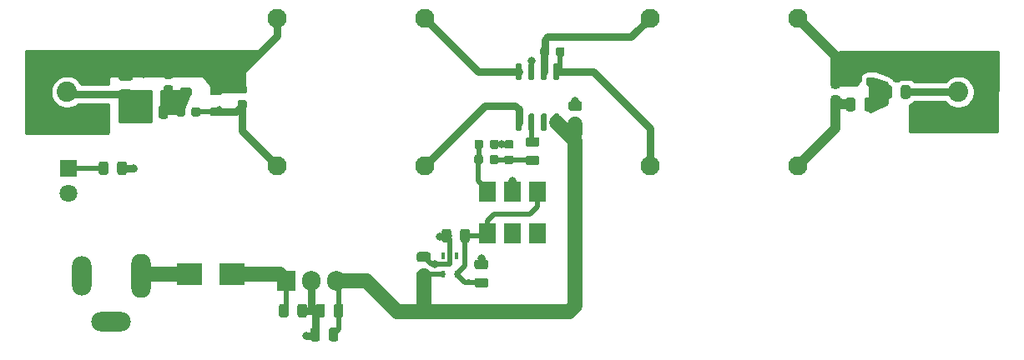
<source format=gtl>
G04 #@! TF.GenerationSoftware,KiCad,Pcbnew,5.1.6-c6e7f7d~87~ubuntu19.10.1*
G04 #@! TF.CreationDate,2021-08-02T21:19:55-04:00*
G04 #@! TF.ProjectId,upconverter,7570636f-6e76-4657-9274-65722e6b6963,rev?*
G04 #@! TF.SameCoordinates,Original*
G04 #@! TF.FileFunction,Copper,L1,Top*
G04 #@! TF.FilePolarity,Positive*
%FSLAX46Y46*%
G04 Gerber Fmt 4.6, Leading zero omitted, Abs format (unit mm)*
G04 Created by KiCad (PCBNEW 5.1.6-c6e7f7d~87~ubuntu19.10.1) date 2021-08-02 21:19:55*
%MOMM*%
%LPD*%
G01*
G04 APERTURE LIST*
G04 #@! TA.AperFunction,ComponentPad*
%ADD10C,1.950000*%
G04 #@! TD*
G04 #@! TA.AperFunction,ComponentPad*
%ADD11C,2.250000*%
G04 #@! TD*
G04 #@! TA.AperFunction,ComponentPad*
%ADD12C,2.050000*%
G04 #@! TD*
G04 #@! TA.AperFunction,SMDPad,CuDef*
%ADD13R,2.500000X2.300000*%
G04 #@! TD*
G04 #@! TA.AperFunction,ComponentPad*
%ADD14R,1.800000X1.800000*%
G04 #@! TD*
G04 #@! TA.AperFunction,ComponentPad*
%ADD15C,1.800000*%
G04 #@! TD*
G04 #@! TA.AperFunction,ComponentPad*
%ADD16O,2.000000X4.500000*%
G04 #@! TD*
G04 #@! TA.AperFunction,ComponentPad*
%ADD17O,2.000000X4.000000*%
G04 #@! TD*
G04 #@! TA.AperFunction,ComponentPad*
%ADD18O,4.000000X2.000000*%
G04 #@! TD*
G04 #@! TA.AperFunction,ComponentPad*
%ADD19R,1.905000X2.000000*%
G04 #@! TD*
G04 #@! TA.AperFunction,ComponentPad*
%ADD20O,1.905000X2.000000*%
G04 #@! TD*
G04 #@! TA.AperFunction,SMDPad,CuDef*
%ADD21R,0.400000X0.650000*%
G04 #@! TD*
G04 #@! TA.AperFunction,SMDPad,CuDef*
%ADD22R,1.800000X2.000000*%
G04 #@! TD*
G04 #@! TA.AperFunction,ViaPad*
%ADD23C,0.800000*%
G04 #@! TD*
G04 #@! TA.AperFunction,Conductor*
%ADD24C,0.500000*%
G04 #@! TD*
G04 #@! TA.AperFunction,Conductor*
%ADD25C,0.750000*%
G04 #@! TD*
G04 #@! TA.AperFunction,Conductor*
%ADD26C,1.500000*%
G04 #@! TD*
G04 #@! TA.AperFunction,Conductor*
%ADD27C,1.000000*%
G04 #@! TD*
G04 #@! TA.AperFunction,Conductor*
%ADD28C,0.250000*%
G04 #@! TD*
G04 #@! TA.AperFunction,Conductor*
%ADD29C,0.254000*%
G04 #@! TD*
G04 APERTURE END LIST*
G04 #@! TA.AperFunction,SMDPad,CuDef*
G36*
G01*
X83660000Y-93464000D02*
X82710000Y-93464000D01*
G75*
G02*
X82460000Y-93214000I0J250000D01*
G01*
X82460000Y-92714000D01*
G75*
G02*
X82710000Y-92464000I250000J0D01*
G01*
X83660000Y-92464000D01*
G75*
G02*
X83910000Y-92714000I0J-250000D01*
G01*
X83910000Y-93214000D01*
G75*
G02*
X83660000Y-93464000I-250000J0D01*
G01*
G37*
G04 #@! TD.AperFunction*
G04 #@! TA.AperFunction,SMDPad,CuDef*
G36*
G01*
X83660000Y-95364000D02*
X82710000Y-95364000D01*
G75*
G02*
X82460000Y-95114000I0J250000D01*
G01*
X82460000Y-94614000D01*
G75*
G02*
X82710000Y-94364000I250000J0D01*
G01*
X83660000Y-94364000D01*
G75*
G02*
X83910000Y-94614000I0J-250000D01*
G01*
X83910000Y-95114000D01*
G75*
G02*
X83660000Y-95364000I-250000J0D01*
G01*
G37*
G04 #@! TD.AperFunction*
G04 #@! TA.AperFunction,SMDPad,CuDef*
G36*
G01*
X57527000Y-74872000D02*
X57027000Y-74872000D01*
G75*
G02*
X56802000Y-74647000I0J225000D01*
G01*
X56802000Y-74197000D01*
G75*
G02*
X57027000Y-73972000I225000J0D01*
G01*
X57527000Y-73972000D01*
G75*
G02*
X57752000Y-74197000I0J-225000D01*
G01*
X57752000Y-74647000D01*
G75*
G02*
X57527000Y-74872000I-225000J0D01*
G01*
G37*
G04 #@! TD.AperFunction*
G04 #@! TA.AperFunction,SMDPad,CuDef*
G36*
G01*
X57527000Y-76422000D02*
X57027000Y-76422000D01*
G75*
G02*
X56802000Y-76197000I0J225000D01*
G01*
X56802000Y-75747000D01*
G75*
G02*
X57027000Y-75522000I225000J0D01*
G01*
X57527000Y-75522000D01*
G75*
G02*
X57752000Y-75747000I0J-225000D01*
G01*
X57752000Y-76197000D01*
G75*
G02*
X57527000Y-76422000I-225000J0D01*
G01*
G37*
G04 #@! TD.AperFunction*
G04 #@! TA.AperFunction,SMDPad,CuDef*
G36*
G01*
X54609750Y-76016500D02*
X55372250Y-76016500D01*
G75*
G02*
X55591000Y-76235250I0J-218750D01*
G01*
X55591000Y-76672750D01*
G75*
G02*
X55372250Y-76891500I-218750J0D01*
G01*
X54609750Y-76891500D01*
G75*
G02*
X54391000Y-76672750I0J218750D01*
G01*
X54391000Y-76235250D01*
G75*
G02*
X54609750Y-76016500I218750J0D01*
G01*
G37*
G04 #@! TD.AperFunction*
G04 #@! TA.AperFunction,SMDPad,CuDef*
G36*
G01*
X54609750Y-73891500D02*
X55372250Y-73891500D01*
G75*
G02*
X55591000Y-74110250I0J-218750D01*
G01*
X55591000Y-74547750D01*
G75*
G02*
X55372250Y-74766500I-218750J0D01*
G01*
X54609750Y-74766500D01*
G75*
G02*
X54391000Y-74547750I0J218750D01*
G01*
X54391000Y-74110250D01*
G75*
G02*
X54609750Y-73891500I218750J0D01*
G01*
G37*
G04 #@! TD.AperFunction*
G04 #@! TA.AperFunction,SMDPad,CuDef*
G36*
G01*
X58673750Y-75762500D02*
X59436250Y-75762500D01*
G75*
G02*
X59655000Y-75981250I0J-218750D01*
G01*
X59655000Y-76418750D01*
G75*
G02*
X59436250Y-76637500I-218750J0D01*
G01*
X58673750Y-76637500D01*
G75*
G02*
X58455000Y-76418750I0J218750D01*
G01*
X58455000Y-75981250D01*
G75*
G02*
X58673750Y-75762500I218750J0D01*
G01*
G37*
G04 #@! TD.AperFunction*
G04 #@! TA.AperFunction,SMDPad,CuDef*
G36*
G01*
X58673750Y-73637500D02*
X59436250Y-73637500D01*
G75*
G02*
X59655000Y-73856250I0J-218750D01*
G01*
X59655000Y-74293750D01*
G75*
G02*
X59436250Y-74512500I-218750J0D01*
G01*
X58673750Y-74512500D01*
G75*
G02*
X58455000Y-74293750I0J218750D01*
G01*
X58455000Y-73856250D01*
G75*
G02*
X58673750Y-73637500I218750J0D01*
G01*
G37*
G04 #@! TD.AperFunction*
G04 #@! TA.AperFunction,SMDPad,CuDef*
G36*
G01*
X61721750Y-77794500D02*
X62484250Y-77794500D01*
G75*
G02*
X62703000Y-78013250I0J-218750D01*
G01*
X62703000Y-78450750D01*
G75*
G02*
X62484250Y-78669500I-218750J0D01*
G01*
X61721750Y-78669500D01*
G75*
G02*
X61503000Y-78450750I0J218750D01*
G01*
X61503000Y-78013250D01*
G75*
G02*
X61721750Y-77794500I218750J0D01*
G01*
G37*
G04 #@! TD.AperFunction*
G04 #@! TA.AperFunction,SMDPad,CuDef*
G36*
G01*
X61721750Y-75669500D02*
X62484250Y-75669500D01*
G75*
G02*
X62703000Y-75888250I0J-218750D01*
G01*
X62703000Y-76325750D01*
G75*
G02*
X62484250Y-76544500I-218750J0D01*
G01*
X61721750Y-76544500D01*
G75*
G02*
X61503000Y-76325750I0J218750D01*
G01*
X61503000Y-75888250D01*
G75*
G02*
X61721750Y-75669500I218750J0D01*
G01*
G37*
G04 #@! TD.AperFunction*
G04 #@! TA.AperFunction,SMDPad,CuDef*
G36*
G01*
X52484000Y-75954000D02*
X53434000Y-75954000D01*
G75*
G02*
X53684000Y-76204000I0J-250000D01*
G01*
X53684000Y-76704000D01*
G75*
G02*
X53434000Y-76954000I-250000J0D01*
G01*
X52484000Y-76954000D01*
G75*
G02*
X52234000Y-76704000I0J250000D01*
G01*
X52234000Y-76204000D01*
G75*
G02*
X52484000Y-75954000I250000J0D01*
G01*
G37*
G04 #@! TD.AperFunction*
G04 #@! TA.AperFunction,SMDPad,CuDef*
G36*
G01*
X52484000Y-74054000D02*
X53434000Y-74054000D01*
G75*
G02*
X53684000Y-74304000I0J-250000D01*
G01*
X53684000Y-74804000D01*
G75*
G02*
X53434000Y-75054000I-250000J0D01*
G01*
X52484000Y-75054000D01*
G75*
G02*
X52234000Y-74804000I0J250000D01*
G01*
X52234000Y-74304000D01*
G75*
G02*
X52484000Y-74054000I250000J0D01*
G01*
G37*
G04 #@! TD.AperFunction*
G04 #@! TA.AperFunction,SMDPad,CuDef*
G36*
G01*
X59621000Y-78482000D02*
X59621000Y-77982000D01*
G75*
G02*
X59846000Y-77757000I225000J0D01*
G01*
X60296000Y-77757000D01*
G75*
G02*
X60521000Y-77982000I0J-225000D01*
G01*
X60521000Y-78482000D01*
G75*
G02*
X60296000Y-78707000I-225000J0D01*
G01*
X59846000Y-78707000D01*
G75*
G02*
X59621000Y-78482000I0J225000D01*
G01*
G37*
G04 #@! TD.AperFunction*
G04 #@! TA.AperFunction,SMDPad,CuDef*
G36*
G01*
X58071000Y-78482000D02*
X58071000Y-77982000D01*
G75*
G02*
X58296000Y-77757000I225000J0D01*
G01*
X58746000Y-77757000D01*
G75*
G02*
X58971000Y-77982000I0J-225000D01*
G01*
X58971000Y-78482000D01*
G75*
G02*
X58746000Y-78707000I-225000J0D01*
G01*
X58296000Y-78707000D01*
G75*
G02*
X58071000Y-78482000I0J225000D01*
G01*
G37*
G04 #@! TD.AperFunction*
G04 #@! TA.AperFunction,SMDPad,CuDef*
G36*
G01*
X64520000Y-77033000D02*
X65020000Y-77033000D01*
G75*
G02*
X65245000Y-77258000I0J-225000D01*
G01*
X65245000Y-77708000D01*
G75*
G02*
X65020000Y-77933000I-225000J0D01*
G01*
X64520000Y-77933000D01*
G75*
G02*
X64295000Y-77708000I0J225000D01*
G01*
X64295000Y-77258000D01*
G75*
G02*
X64520000Y-77033000I225000J0D01*
G01*
G37*
G04 #@! TD.AperFunction*
G04 #@! TA.AperFunction,SMDPad,CuDef*
G36*
G01*
X64520000Y-75483000D02*
X65020000Y-75483000D01*
G75*
G02*
X65245000Y-75708000I0J-225000D01*
G01*
X65245000Y-76158000D01*
G75*
G02*
X65020000Y-76383000I-225000J0D01*
G01*
X64520000Y-76383000D01*
G75*
G02*
X64295000Y-76158000I0J225000D01*
G01*
X64295000Y-75708000D01*
G75*
G02*
X64520000Y-75483000I225000J0D01*
G01*
G37*
G04 #@! TD.AperFunction*
D10*
X68319000Y-68700000D03*
X68319000Y-83700000D03*
X83319000Y-68700000D03*
X83319000Y-83700000D03*
X106158000Y-68700000D03*
X106158000Y-83700000D03*
X121158000Y-68700000D03*
X121158000Y-83700000D03*
D11*
X49530000Y-73660000D03*
X49530000Y-78740000D03*
X44450000Y-78740000D03*
X44450000Y-73660000D03*
D12*
X46990000Y-76200000D03*
G04 #@! TA.AperFunction,SMDPad,CuDef*
G36*
G01*
X68503500Y-98881250D02*
X68503500Y-97968750D01*
G75*
G02*
X68747250Y-97725000I243750J0D01*
G01*
X69234750Y-97725000D01*
G75*
G02*
X69478500Y-97968750I0J-243750D01*
G01*
X69478500Y-98881250D01*
G75*
G02*
X69234750Y-99125000I-243750J0D01*
G01*
X68747250Y-99125000D01*
G75*
G02*
X68503500Y-98881250I0J243750D01*
G01*
G37*
G04 #@! TD.AperFunction*
G04 #@! TA.AperFunction,SMDPad,CuDef*
G36*
G01*
X70378500Y-98881250D02*
X70378500Y-97968750D01*
G75*
G02*
X70622250Y-97725000I243750J0D01*
G01*
X71109750Y-97725000D01*
G75*
G02*
X71353500Y-97968750I0J-243750D01*
G01*
X71353500Y-98881250D01*
G75*
G02*
X71109750Y-99125000I-243750J0D01*
G01*
X70622250Y-99125000D01*
G75*
G02*
X70378500Y-98881250I0J243750D01*
G01*
G37*
G04 #@! TD.AperFunction*
G04 #@! TA.AperFunction,SMDPad,CuDef*
G36*
G01*
X129717500Y-76656250D02*
X129717500Y-75743750D01*
G75*
G02*
X129961250Y-75500000I243750J0D01*
G01*
X130448750Y-75500000D01*
G75*
G02*
X130692500Y-75743750I0J-243750D01*
G01*
X130692500Y-76656250D01*
G75*
G02*
X130448750Y-76900000I-243750J0D01*
G01*
X129961250Y-76900000D01*
G75*
G02*
X129717500Y-76656250I0J243750D01*
G01*
G37*
G04 #@! TD.AperFunction*
G04 #@! TA.AperFunction,SMDPad,CuDef*
G36*
G01*
X131592500Y-76656250D02*
X131592500Y-75743750D01*
G75*
G02*
X131836250Y-75500000I243750J0D01*
G01*
X132323750Y-75500000D01*
G75*
G02*
X132567500Y-75743750I0J-243750D01*
G01*
X132567500Y-76656250D01*
G75*
G02*
X132323750Y-76900000I-243750J0D01*
G01*
X131836250Y-76900000D01*
G75*
G02*
X131592500Y-76656250I0J243750D01*
G01*
G37*
G04 #@! TD.AperFunction*
G04 #@! TA.AperFunction,SMDPad,CuDef*
G36*
G01*
X128961500Y-74927750D02*
X128961500Y-75440250D01*
G75*
G02*
X128742750Y-75659000I-218750J0D01*
G01*
X128305250Y-75659000D01*
G75*
G02*
X128086500Y-75440250I0J218750D01*
G01*
X128086500Y-74927750D01*
G75*
G02*
X128305250Y-74709000I218750J0D01*
G01*
X128742750Y-74709000D01*
G75*
G02*
X128961500Y-74927750I0J-218750D01*
G01*
G37*
G04 #@! TD.AperFunction*
G04 #@! TA.AperFunction,SMDPad,CuDef*
G36*
G01*
X127386500Y-74927750D02*
X127386500Y-75440250D01*
G75*
G02*
X127167750Y-75659000I-218750J0D01*
G01*
X126730250Y-75659000D01*
G75*
G02*
X126511500Y-75440250I0J218750D01*
G01*
X126511500Y-74927750D01*
G75*
G02*
X126730250Y-74709000I218750J0D01*
G01*
X127167750Y-74709000D01*
G75*
G02*
X127386500Y-74927750I0J-218750D01*
G01*
G37*
G04 #@! TD.AperFunction*
G04 #@! TA.AperFunction,SMDPad,CuDef*
G36*
G01*
X73161500Y-97968750D02*
X73161500Y-98881250D01*
G75*
G02*
X72917750Y-99125000I-243750J0D01*
G01*
X72430250Y-99125000D01*
G75*
G02*
X72186500Y-98881250I0J243750D01*
G01*
X72186500Y-97968750D01*
G75*
G02*
X72430250Y-97725000I243750J0D01*
G01*
X72917750Y-97725000D01*
G75*
G02*
X73161500Y-97968750I0J-243750D01*
G01*
G37*
G04 #@! TD.AperFunction*
G04 #@! TA.AperFunction,SMDPad,CuDef*
G36*
G01*
X75036500Y-97968750D02*
X75036500Y-98881250D01*
G75*
G02*
X74792750Y-99125000I-243750J0D01*
G01*
X74305250Y-99125000D01*
G75*
G02*
X74061500Y-98881250I0J243750D01*
G01*
X74061500Y-97968750D01*
G75*
G02*
X74305250Y-97725000I243750J0D01*
G01*
X74792750Y-97725000D01*
G75*
G02*
X75036500Y-97968750I0J-243750D01*
G01*
G37*
G04 #@! TD.AperFunction*
G04 #@! TA.AperFunction,SMDPad,CuDef*
G36*
G01*
X125224250Y-75850000D02*
X124711750Y-75850000D01*
G75*
G02*
X124493000Y-75631250I0J218750D01*
G01*
X124493000Y-75193750D01*
G75*
G02*
X124711750Y-74975000I218750J0D01*
G01*
X125224250Y-74975000D01*
G75*
G02*
X125443000Y-75193750I0J-218750D01*
G01*
X125443000Y-75631250D01*
G75*
G02*
X125224250Y-75850000I-218750J0D01*
G01*
G37*
G04 #@! TD.AperFunction*
G04 #@! TA.AperFunction,SMDPad,CuDef*
G36*
G01*
X125224250Y-77425000D02*
X124711750Y-77425000D01*
G75*
G02*
X124493000Y-77206250I0J218750D01*
G01*
X124493000Y-76768750D01*
G75*
G02*
X124711750Y-76550000I218750J0D01*
G01*
X125224250Y-76550000D01*
G75*
G02*
X125443000Y-76768750I0J-218750D01*
G01*
X125443000Y-77206250D01*
G75*
G02*
X125224250Y-77425000I-218750J0D01*
G01*
G37*
G04 #@! TD.AperFunction*
G04 #@! TA.AperFunction,SMDPad,CuDef*
G36*
G01*
X74528500Y-100381750D02*
X74528500Y-101294250D01*
G75*
G02*
X74284750Y-101538000I-243750J0D01*
G01*
X73797250Y-101538000D01*
G75*
G02*
X73553500Y-101294250I0J243750D01*
G01*
X73553500Y-100381750D01*
G75*
G02*
X73797250Y-100138000I243750J0D01*
G01*
X74284750Y-100138000D01*
G75*
G02*
X74528500Y-100381750I0J-243750D01*
G01*
G37*
G04 #@! TD.AperFunction*
G04 #@! TA.AperFunction,SMDPad,CuDef*
G36*
G01*
X72653500Y-100381750D02*
X72653500Y-101294250D01*
G75*
G02*
X72409750Y-101538000I-243750J0D01*
G01*
X71922250Y-101538000D01*
G75*
G02*
X71678500Y-101294250I0J243750D01*
G01*
X71678500Y-100381750D01*
G75*
G02*
X71922250Y-100138000I243750J0D01*
G01*
X72409750Y-100138000D01*
G75*
G02*
X72653500Y-100381750I0J-243750D01*
G01*
G37*
G04 #@! TD.AperFunction*
G04 #@! TA.AperFunction,SMDPad,CuDef*
G36*
G01*
X85988500Y-90348750D02*
X85988500Y-91261250D01*
G75*
G02*
X85744750Y-91505000I-243750J0D01*
G01*
X85257250Y-91505000D01*
G75*
G02*
X85013500Y-91261250I0J243750D01*
G01*
X85013500Y-90348750D01*
G75*
G02*
X85257250Y-90105000I243750J0D01*
G01*
X85744750Y-90105000D01*
G75*
G02*
X85988500Y-90348750I0J-243750D01*
G01*
G37*
G04 #@! TD.AperFunction*
G04 #@! TA.AperFunction,SMDPad,CuDef*
G36*
G01*
X87863500Y-90348750D02*
X87863500Y-91261250D01*
G75*
G02*
X87619750Y-91505000I-243750J0D01*
G01*
X87132250Y-91505000D01*
G75*
G02*
X86888500Y-91261250I0J243750D01*
G01*
X86888500Y-90348750D01*
G75*
G02*
X87132250Y-90105000I243750J0D01*
G01*
X87619750Y-90105000D01*
G75*
G02*
X87863500Y-90348750I0J-243750D01*
G01*
G37*
G04 #@! TD.AperFunction*
G04 #@! TA.AperFunction,SMDPad,CuDef*
G36*
G01*
X97465500Y-71879750D02*
X97465500Y-72392250D01*
G75*
G02*
X97246750Y-72611000I-218750J0D01*
G01*
X96809250Y-72611000D01*
G75*
G02*
X96590500Y-72392250I0J218750D01*
G01*
X96590500Y-71879750D01*
G75*
G02*
X96809250Y-71661000I218750J0D01*
G01*
X97246750Y-71661000D01*
G75*
G02*
X97465500Y-71879750I0J-218750D01*
G01*
G37*
G04 #@! TD.AperFunction*
G04 #@! TA.AperFunction,SMDPad,CuDef*
G36*
G01*
X95890500Y-71879750D02*
X95890500Y-72392250D01*
G75*
G02*
X95671750Y-72611000I-218750J0D01*
G01*
X95234250Y-72611000D01*
G75*
G02*
X95015500Y-72392250I0J218750D01*
G01*
X95015500Y-71879750D01*
G75*
G02*
X95234250Y-71661000I218750J0D01*
G01*
X95671750Y-71661000D01*
G75*
G02*
X95890500Y-71879750I0J-218750D01*
G01*
G37*
G04 #@! TD.AperFunction*
G04 #@! TA.AperFunction,SMDPad,CuDef*
G36*
G01*
X89483250Y-96088500D02*
X88570750Y-96088500D01*
G75*
G02*
X88327000Y-95844750I0J243750D01*
G01*
X88327000Y-95357250D01*
G75*
G02*
X88570750Y-95113500I243750J0D01*
G01*
X89483250Y-95113500D01*
G75*
G02*
X89727000Y-95357250I0J-243750D01*
G01*
X89727000Y-95844750D01*
G75*
G02*
X89483250Y-96088500I-243750J0D01*
G01*
G37*
G04 #@! TD.AperFunction*
G04 #@! TA.AperFunction,SMDPad,CuDef*
G36*
G01*
X89483250Y-94213500D02*
X88570750Y-94213500D01*
G75*
G02*
X88327000Y-93969750I0J243750D01*
G01*
X88327000Y-93482250D01*
G75*
G02*
X88570750Y-93238500I243750J0D01*
G01*
X89483250Y-93238500D01*
G75*
G02*
X89727000Y-93482250I0J-243750D01*
G01*
X89727000Y-93969750D01*
G75*
G02*
X89483250Y-94213500I-243750J0D01*
G01*
G37*
G04 #@! TD.AperFunction*
G04 #@! TA.AperFunction,SMDPad,CuDef*
G36*
G01*
X55381500Y-77775750D02*
X55381500Y-78688250D01*
G75*
G02*
X55137750Y-78932000I-243750J0D01*
G01*
X54650250Y-78932000D01*
G75*
G02*
X54406500Y-78688250I0J243750D01*
G01*
X54406500Y-77775750D01*
G75*
G02*
X54650250Y-77532000I243750J0D01*
G01*
X55137750Y-77532000D01*
G75*
G02*
X55381500Y-77775750I0J-243750D01*
G01*
G37*
G04 #@! TD.AperFunction*
G04 #@! TA.AperFunction,SMDPad,CuDef*
G36*
G01*
X57256500Y-77775750D02*
X57256500Y-78688250D01*
G75*
G02*
X57012750Y-78932000I-243750J0D01*
G01*
X56525250Y-78932000D01*
G75*
G02*
X56281500Y-78688250I0J243750D01*
G01*
X56281500Y-77775750D01*
G75*
G02*
X56525250Y-77532000I243750J0D01*
G01*
X57012750Y-77532000D01*
G75*
G02*
X57256500Y-77775750I0J-243750D01*
G01*
G37*
G04 #@! TD.AperFunction*
G04 #@! TA.AperFunction,SMDPad,CuDef*
G36*
G01*
X98095750Y-77139500D02*
X99008250Y-77139500D01*
G75*
G02*
X99252000Y-77383250I0J-243750D01*
G01*
X99252000Y-77870750D01*
G75*
G02*
X99008250Y-78114500I-243750J0D01*
G01*
X98095750Y-78114500D01*
G75*
G02*
X97852000Y-77870750I0J243750D01*
G01*
X97852000Y-77383250D01*
G75*
G02*
X98095750Y-77139500I243750J0D01*
G01*
G37*
G04 #@! TD.AperFunction*
G04 #@! TA.AperFunction,SMDPad,CuDef*
G36*
G01*
X98095750Y-79014500D02*
X99008250Y-79014500D01*
G75*
G02*
X99252000Y-79258250I0J-243750D01*
G01*
X99252000Y-79745750D01*
G75*
G02*
X99008250Y-79989500I-243750J0D01*
G01*
X98095750Y-79989500D01*
G75*
G02*
X97852000Y-79745750I0J243750D01*
G01*
X97852000Y-79258250D01*
G75*
G02*
X98095750Y-79014500I243750J0D01*
G01*
G37*
G04 #@! TD.AperFunction*
G04 #@! TA.AperFunction,SMDPad,CuDef*
G36*
G01*
X94690250Y-81767500D02*
X93777750Y-81767500D01*
G75*
G02*
X93534000Y-81523750I0J243750D01*
G01*
X93534000Y-81036250D01*
G75*
G02*
X93777750Y-80792500I243750J0D01*
G01*
X94690250Y-80792500D01*
G75*
G02*
X94934000Y-81036250I0J-243750D01*
G01*
X94934000Y-81523750D01*
G75*
G02*
X94690250Y-81767500I-243750J0D01*
G01*
G37*
G04 #@! TD.AperFunction*
G04 #@! TA.AperFunction,SMDPad,CuDef*
G36*
G01*
X94690250Y-83642500D02*
X93777750Y-83642500D01*
G75*
G02*
X93534000Y-83398750I0J243750D01*
G01*
X93534000Y-82911250D01*
G75*
G02*
X93777750Y-82667500I243750J0D01*
G01*
X94690250Y-82667500D01*
G75*
G02*
X94934000Y-82911250I0J-243750D01*
G01*
X94934000Y-83398750D01*
G75*
G02*
X94690250Y-83642500I-243750J0D01*
G01*
G37*
G04 #@! TD.AperFunction*
D13*
X63754000Y-94742000D03*
X59454000Y-94742000D03*
D14*
X47117000Y-83947000D03*
D15*
X47117000Y-86487000D03*
D16*
X54483000Y-94869000D03*
D17*
X48483000Y-94869000D03*
D18*
X51483000Y-99569000D03*
D12*
X137414000Y-76200000D03*
D11*
X134874000Y-73660000D03*
X134874000Y-78740000D03*
X139954000Y-78740000D03*
X139954000Y-73660000D03*
G04 #@! TA.AperFunction,SMDPad,CuDef*
G36*
G01*
X128854500Y-77013750D02*
X128854500Y-77926250D01*
G75*
G02*
X128610750Y-78170000I-243750J0D01*
G01*
X128123250Y-78170000D01*
G75*
G02*
X127879500Y-77926250I0J243750D01*
G01*
X127879500Y-77013750D01*
G75*
G02*
X128123250Y-76770000I243750J0D01*
G01*
X128610750Y-76770000D01*
G75*
G02*
X128854500Y-77013750I0J-243750D01*
G01*
G37*
G04 #@! TD.AperFunction*
G04 #@! TA.AperFunction,SMDPad,CuDef*
G36*
G01*
X126979500Y-77013750D02*
X126979500Y-77926250D01*
G75*
G02*
X126735750Y-78170000I-243750J0D01*
G01*
X126248250Y-78170000D01*
G75*
G02*
X126004500Y-77926250I0J243750D01*
G01*
X126004500Y-77013750D01*
G75*
G02*
X126248250Y-76770000I243750J0D01*
G01*
X126735750Y-76770000D01*
G75*
G02*
X126979500Y-77013750I0J-243750D01*
G01*
G37*
G04 #@! TD.AperFunction*
G04 #@! TA.AperFunction,SMDPad,CuDef*
G36*
G01*
X50215500Y-84403250D02*
X50215500Y-83490750D01*
G75*
G02*
X50459250Y-83247000I243750J0D01*
G01*
X50946750Y-83247000D01*
G75*
G02*
X51190500Y-83490750I0J-243750D01*
G01*
X51190500Y-84403250D01*
G75*
G02*
X50946750Y-84647000I-243750J0D01*
G01*
X50459250Y-84647000D01*
G75*
G02*
X50215500Y-84403250I0J243750D01*
G01*
G37*
G04 #@! TD.AperFunction*
G04 #@! TA.AperFunction,SMDPad,CuDef*
G36*
G01*
X52090500Y-84403250D02*
X52090500Y-83490750D01*
G75*
G02*
X52334250Y-83247000I243750J0D01*
G01*
X52821750Y-83247000D01*
G75*
G02*
X53065500Y-83490750I0J-243750D01*
G01*
X53065500Y-84403250D01*
G75*
G02*
X52821750Y-84647000I-243750J0D01*
G01*
X52334250Y-84647000D01*
G75*
G02*
X52090500Y-84403250I0J243750D01*
G01*
G37*
G04 #@! TD.AperFunction*
G04 #@! TA.AperFunction,SMDPad,CuDef*
G36*
G01*
X88335500Y-81790250D02*
X88335500Y-81277750D01*
G75*
G02*
X88554250Y-81059000I218750J0D01*
G01*
X88991750Y-81059000D01*
G75*
G02*
X89210500Y-81277750I0J-218750D01*
G01*
X89210500Y-81790250D01*
G75*
G02*
X88991750Y-82009000I-218750J0D01*
G01*
X88554250Y-82009000D01*
G75*
G02*
X88335500Y-81790250I0J218750D01*
G01*
G37*
G04 #@! TD.AperFunction*
G04 #@! TA.AperFunction,SMDPad,CuDef*
G36*
G01*
X89910500Y-81790250D02*
X89910500Y-81277750D01*
G75*
G02*
X90129250Y-81059000I218750J0D01*
G01*
X90566750Y-81059000D01*
G75*
G02*
X90785500Y-81277750I0J-218750D01*
G01*
X90785500Y-81790250D01*
G75*
G02*
X90566750Y-82009000I-218750J0D01*
G01*
X90129250Y-82009000D01*
G75*
G02*
X89910500Y-81790250I0J218750D01*
G01*
G37*
G04 #@! TD.AperFunction*
G04 #@! TA.AperFunction,SMDPad,CuDef*
G36*
G01*
X89185000Y-82801750D02*
X89185000Y-83314250D01*
G75*
G02*
X88966250Y-83533000I-218750J0D01*
G01*
X88528750Y-83533000D01*
G75*
G02*
X88310000Y-83314250I0J218750D01*
G01*
X88310000Y-82801750D01*
G75*
G02*
X88528750Y-82583000I218750J0D01*
G01*
X88966250Y-82583000D01*
G75*
G02*
X89185000Y-82801750I0J-218750D01*
G01*
G37*
G04 #@! TD.AperFunction*
G04 #@! TA.AperFunction,SMDPad,CuDef*
G36*
G01*
X90760000Y-82801750D02*
X90760000Y-83314250D01*
G75*
G02*
X90541250Y-83533000I-218750J0D01*
G01*
X90103750Y-83533000D01*
G75*
G02*
X89885000Y-83314250I0J218750D01*
G01*
X89885000Y-82801750D01*
G75*
G02*
X90103750Y-82583000I218750J0D01*
G01*
X90541250Y-82583000D01*
G75*
G02*
X90760000Y-82801750I0J-218750D01*
G01*
G37*
G04 #@! TD.AperFunction*
G04 #@! TA.AperFunction,SMDPad,CuDef*
G36*
G01*
X92077250Y-83546500D02*
X91564750Y-83546500D01*
G75*
G02*
X91346000Y-83327750I0J218750D01*
G01*
X91346000Y-82890250D01*
G75*
G02*
X91564750Y-82671500I218750J0D01*
G01*
X92077250Y-82671500D01*
G75*
G02*
X92296000Y-82890250I0J-218750D01*
G01*
X92296000Y-83327750D01*
G75*
G02*
X92077250Y-83546500I-218750J0D01*
G01*
G37*
G04 #@! TD.AperFunction*
G04 #@! TA.AperFunction,SMDPad,CuDef*
G36*
G01*
X92077250Y-81971500D02*
X91564750Y-81971500D01*
G75*
G02*
X91346000Y-81752750I0J218750D01*
G01*
X91346000Y-81315250D01*
G75*
G02*
X91564750Y-81096500I218750J0D01*
G01*
X92077250Y-81096500D01*
G75*
G02*
X92296000Y-81315250I0J-218750D01*
G01*
X92296000Y-81752750D01*
G75*
G02*
X92077250Y-81971500I-218750J0D01*
G01*
G37*
G04 #@! TD.AperFunction*
D19*
X69215000Y-95377000D03*
D20*
X71755000Y-95377000D03*
X74295000Y-95377000D03*
D21*
X86487000Y-92837000D03*
X85187000Y-92837000D03*
X85837000Y-92837000D03*
X85187000Y-94737000D03*
X86487000Y-94737000D03*
G04 #@! TA.AperFunction,SMDPad,CuDef*
G36*
G01*
X96497000Y-73258000D02*
X96797000Y-73258000D01*
G75*
G02*
X96947000Y-73408000I0J-150000D01*
G01*
X96947000Y-74858000D01*
G75*
G02*
X96797000Y-75008000I-150000J0D01*
G01*
X96497000Y-75008000D01*
G75*
G02*
X96347000Y-74858000I0J150000D01*
G01*
X96347000Y-73408000D01*
G75*
G02*
X96497000Y-73258000I150000J0D01*
G01*
G37*
G04 #@! TD.AperFunction*
G04 #@! TA.AperFunction,SMDPad,CuDef*
G36*
G01*
X95227000Y-73258000D02*
X95527000Y-73258000D01*
G75*
G02*
X95677000Y-73408000I0J-150000D01*
G01*
X95677000Y-74858000D01*
G75*
G02*
X95527000Y-75008000I-150000J0D01*
G01*
X95227000Y-75008000D01*
G75*
G02*
X95077000Y-74858000I0J150000D01*
G01*
X95077000Y-73408000D01*
G75*
G02*
X95227000Y-73258000I150000J0D01*
G01*
G37*
G04 #@! TD.AperFunction*
G04 #@! TA.AperFunction,SMDPad,CuDef*
G36*
G01*
X93957000Y-73258000D02*
X94257000Y-73258000D01*
G75*
G02*
X94407000Y-73408000I0J-150000D01*
G01*
X94407000Y-74858000D01*
G75*
G02*
X94257000Y-75008000I-150000J0D01*
G01*
X93957000Y-75008000D01*
G75*
G02*
X93807000Y-74858000I0J150000D01*
G01*
X93807000Y-73408000D01*
G75*
G02*
X93957000Y-73258000I150000J0D01*
G01*
G37*
G04 #@! TD.AperFunction*
G04 #@! TA.AperFunction,SMDPad,CuDef*
G36*
G01*
X92687000Y-73258000D02*
X92987000Y-73258000D01*
G75*
G02*
X93137000Y-73408000I0J-150000D01*
G01*
X93137000Y-74858000D01*
G75*
G02*
X92987000Y-75008000I-150000J0D01*
G01*
X92687000Y-75008000D01*
G75*
G02*
X92537000Y-74858000I0J150000D01*
G01*
X92537000Y-73408000D01*
G75*
G02*
X92687000Y-73258000I150000J0D01*
G01*
G37*
G04 #@! TD.AperFunction*
G04 #@! TA.AperFunction,SMDPad,CuDef*
G36*
G01*
X92687000Y-78408000D02*
X92987000Y-78408000D01*
G75*
G02*
X93137000Y-78558000I0J-150000D01*
G01*
X93137000Y-80008000D01*
G75*
G02*
X92987000Y-80158000I-150000J0D01*
G01*
X92687000Y-80158000D01*
G75*
G02*
X92537000Y-80008000I0J150000D01*
G01*
X92537000Y-78558000D01*
G75*
G02*
X92687000Y-78408000I150000J0D01*
G01*
G37*
G04 #@! TD.AperFunction*
G04 #@! TA.AperFunction,SMDPad,CuDef*
G36*
G01*
X93957000Y-78408000D02*
X94257000Y-78408000D01*
G75*
G02*
X94407000Y-78558000I0J-150000D01*
G01*
X94407000Y-80008000D01*
G75*
G02*
X94257000Y-80158000I-150000J0D01*
G01*
X93957000Y-80158000D01*
G75*
G02*
X93807000Y-80008000I0J150000D01*
G01*
X93807000Y-78558000D01*
G75*
G02*
X93957000Y-78408000I150000J0D01*
G01*
G37*
G04 #@! TD.AperFunction*
G04 #@! TA.AperFunction,SMDPad,CuDef*
G36*
G01*
X95227000Y-78408000D02*
X95527000Y-78408000D01*
G75*
G02*
X95677000Y-78558000I0J-150000D01*
G01*
X95677000Y-80008000D01*
G75*
G02*
X95527000Y-80158000I-150000J0D01*
G01*
X95227000Y-80158000D01*
G75*
G02*
X95077000Y-80008000I0J150000D01*
G01*
X95077000Y-78558000D01*
G75*
G02*
X95227000Y-78408000I150000J0D01*
G01*
G37*
G04 #@! TD.AperFunction*
G04 #@! TA.AperFunction,SMDPad,CuDef*
G36*
G01*
X96497000Y-78408000D02*
X96797000Y-78408000D01*
G75*
G02*
X96947000Y-78558000I0J-150000D01*
G01*
X96947000Y-80008000D01*
G75*
G02*
X96797000Y-80158000I-150000J0D01*
G01*
X96497000Y-80158000D01*
G75*
G02*
X96347000Y-80008000I0J150000D01*
G01*
X96347000Y-78558000D01*
G75*
G02*
X96497000Y-78408000I150000J0D01*
G01*
G37*
G04 #@! TD.AperFunction*
D22*
X92202000Y-90551000D03*
X92202000Y-86351000D03*
X94742000Y-90551000D03*
X89662000Y-90551000D03*
X89662000Y-86351000D03*
X94742000Y-86351000D03*
D23*
X94107000Y-73025000D03*
X91059000Y-81534000D03*
X92202000Y-85217000D03*
X98552000Y-77089000D03*
X84328000Y-93726000D03*
X89027000Y-93091000D03*
X71882000Y-98298000D03*
X71247000Y-100965000D03*
X53721000Y-83947000D03*
X84836000Y-90932000D03*
D24*
X87351000Y-95601000D02*
X86487000Y-94737000D01*
X87727000Y-95474000D02*
X87854000Y-95601000D01*
X87854000Y-95601000D02*
X87351000Y-95601000D01*
X89027000Y-95601000D02*
X87854000Y-95601000D01*
X94742000Y-86351000D02*
X94742000Y-87884000D01*
X94742000Y-87884000D02*
X93980000Y-88646000D01*
X93980000Y-88646000D02*
X90297000Y-88646000D01*
X89662000Y-89281000D02*
X89662000Y-90551000D01*
X90297000Y-88646000D02*
X89662000Y-89281000D01*
X89408000Y-90805000D02*
X89662000Y-90551000D01*
X87376000Y-90805000D02*
X89408000Y-90805000D01*
X87376000Y-93848000D02*
X86487000Y-94737000D01*
X87376000Y-90805000D02*
X87376000Y-93848000D01*
X94107000Y-73025000D02*
X94107000Y-74133000D01*
X91821000Y-81534000D02*
X91059000Y-81534000D01*
X91059000Y-81534000D02*
X90348000Y-81534000D01*
X92202000Y-85217000D02*
X92202000Y-86351000D01*
X98552000Y-77627000D02*
X98552000Y-77089000D01*
X85852000Y-90805000D02*
X85837000Y-90820000D01*
X85837000Y-93662000D02*
X85773000Y-93726000D01*
X85837000Y-92837000D02*
X85837000Y-93662000D01*
X83947000Y-93726000D02*
X83185000Y-92964000D01*
X85773000Y-93726000D02*
X84328000Y-93726000D01*
X84328000Y-93726000D02*
X83947000Y-93726000D01*
D25*
X72166000Y-98933000D02*
X72674000Y-98425000D01*
X72166000Y-100838000D02*
X72166000Y-98933000D01*
X71755000Y-98425000D02*
X71882000Y-98298000D01*
X71755000Y-95377000D02*
X71755000Y-98425000D01*
X70866000Y-98425000D02*
X71755000Y-98425000D01*
X71882000Y-98298000D02*
X72674000Y-98425000D01*
X72039000Y-100965000D02*
X72166000Y-100838000D01*
X71247000Y-100965000D02*
X72039000Y-100965000D01*
X53721000Y-83947000D02*
X52578000Y-83947000D01*
X89027000Y-93091000D02*
X89027000Y-93726000D01*
D24*
X85837000Y-91141000D02*
X85501000Y-90805000D01*
X85837000Y-92837000D02*
X85837000Y-91141000D01*
X74549000Y-95631000D02*
X74295000Y-95377000D01*
X74549000Y-98425000D02*
X74549000Y-95631000D01*
X74549000Y-100330000D02*
X74041000Y-100838000D01*
X74549000Y-98425000D02*
X74549000Y-100330000D01*
X83312000Y-94737000D02*
X83185000Y-94864000D01*
X85187000Y-94737000D02*
X83312000Y-94737000D01*
D26*
X98552000Y-97917000D02*
X98552000Y-81188000D01*
X97917000Y-98552000D02*
X98552000Y-97917000D01*
X77343000Y-95377000D02*
X80518000Y-98552000D01*
X74295000Y-95377000D02*
X77343000Y-95377000D01*
X98552000Y-79502000D02*
X98552000Y-80391000D01*
X98153500Y-80789500D02*
X96647000Y-79283000D01*
X98552000Y-80391000D02*
X98153500Y-80789500D01*
X98552000Y-81188000D02*
X98153500Y-80789500D01*
X83185000Y-98298000D02*
X82931000Y-98552000D01*
X83185000Y-94864000D02*
X83185000Y-98298000D01*
X82931000Y-98552000D02*
X97917000Y-98552000D01*
X80518000Y-98552000D02*
X82931000Y-98552000D01*
D27*
X125450500Y-77470000D02*
X124968000Y-76987500D01*
X126492000Y-77470000D02*
X125450500Y-77470000D01*
X124968000Y-79890000D02*
X121158000Y-83700000D01*
X124968000Y-76987500D02*
X124968000Y-79890000D01*
D24*
X58521000Y-78232000D02*
X58293000Y-78232000D01*
D28*
X57505000Y-76200000D02*
X57277000Y-75972000D01*
X59055000Y-76200000D02*
X57505000Y-76200000D01*
D24*
X91867000Y-83155000D02*
X91821000Y-83109000D01*
X94234000Y-83155000D02*
X91867000Y-83155000D01*
X90373500Y-83109000D02*
X90322500Y-83058000D01*
X91821000Y-83109000D02*
X90373500Y-83109000D01*
X94107000Y-81153000D02*
X94234000Y-81280000D01*
X94107000Y-79283000D02*
X94107000Y-81153000D01*
X88773000Y-83032500D02*
X88747500Y-83058000D01*
X88773000Y-81534000D02*
X88773000Y-83032500D01*
X89662000Y-86351000D02*
X89662000Y-86106000D01*
X88747500Y-85191500D02*
X88747500Y-83058000D01*
X89662000Y-86106000D02*
X88747500Y-85191500D01*
D26*
X68580000Y-94742000D02*
X69215000Y-95377000D01*
X63754000Y-94742000D02*
X68580000Y-94742000D01*
D24*
X69215000Y-98201000D02*
X68991000Y-98425000D01*
X69215000Y-95377000D02*
X69215000Y-98201000D01*
D25*
X137414000Y-76200000D02*
X132080000Y-76200000D01*
X106158000Y-83700000D02*
X106158000Y-79869000D01*
X100422000Y-74133000D02*
X96647000Y-74133000D01*
X106158000Y-79869000D02*
X100422000Y-74133000D01*
D24*
X97028000Y-73752000D02*
X96647000Y-74133000D01*
X97028000Y-72136000D02*
X97028000Y-73752000D01*
D25*
X106158000Y-68700000D02*
X104246000Y-70612000D01*
X104246000Y-70612000D02*
X95758000Y-70612000D01*
X95453000Y-70917000D02*
X95453000Y-72136000D01*
X95758000Y-70612000D02*
X95453000Y-70917000D01*
X95377000Y-72212000D02*
X95453000Y-72136000D01*
X95377000Y-74133000D02*
X95377000Y-72212000D01*
D24*
X54894000Y-76551000D02*
X54991000Y-76454000D01*
D25*
X52959000Y-76454000D02*
X52959000Y-77978000D01*
X47244000Y-76454000D02*
X46990000Y-76200000D01*
X52959000Y-76454000D02*
X47244000Y-76454000D01*
D26*
X54610000Y-94742000D02*
X54483000Y-94869000D01*
X59454000Y-94742000D02*
X54610000Y-94742000D01*
D24*
X47117000Y-83947000D02*
X50703000Y-83947000D01*
D27*
X125196500Y-75184000D02*
X124968000Y-75412500D01*
X126949000Y-75184000D02*
X125196500Y-75184000D01*
X124968000Y-72510000D02*
X121158000Y-68700000D01*
D28*
X125222000Y-73660000D02*
X124968000Y-73406000D01*
X134874000Y-73660000D02*
X125222000Y-73660000D01*
D27*
X124968000Y-73406000D02*
X124968000Y-72510000D01*
X124968000Y-75412500D02*
X124968000Y-73406000D01*
D24*
X62484000Y-77851000D02*
X62103000Y-78232000D01*
X62103000Y-78232000D02*
X60071000Y-78232000D01*
D25*
X68319000Y-83700000D02*
X65264000Y-80645000D01*
X65264000Y-80645000D02*
X65264000Y-80631000D01*
X64770000Y-80137000D02*
X64770000Y-77483000D01*
X65264000Y-80631000D02*
X64770000Y-80137000D01*
X64770000Y-77483000D02*
X64770000Y-77597000D01*
X64135000Y-78232000D02*
X62103000Y-78232000D01*
X64770000Y-77597000D02*
X64135000Y-78232000D01*
D24*
X54766000Y-74554000D02*
X54991000Y-74329000D01*
D25*
X68319000Y-68700000D02*
X68319000Y-70492000D01*
X64770000Y-74041000D02*
X64770000Y-75933000D01*
X68319000Y-70492000D02*
X64770000Y-74041000D01*
X62277000Y-75933000D02*
X62103000Y-76107000D01*
X64770000Y-75933000D02*
X62277000Y-75933000D01*
X58962000Y-73982000D02*
X59055000Y-74075000D01*
D28*
X53184000Y-74329000D02*
X52959000Y-74554000D01*
X54991000Y-74329000D02*
X53184000Y-74329000D01*
D25*
X92837000Y-77978000D02*
X92837000Y-79283000D01*
X92456000Y-77597000D02*
X92837000Y-77978000D01*
X89422000Y-77597000D02*
X92456000Y-77597000D01*
X83319000Y-83700000D02*
X89422000Y-77597000D01*
X88752000Y-74133000D02*
X83319000Y-68700000D01*
X92837000Y-74133000D02*
X88752000Y-74133000D01*
D29*
G36*
X128778339Y-74809983D02*
G01*
X130112500Y-75254703D01*
X130149236Y-75276223D01*
X130166200Y-75299761D01*
X130175000Y-75341419D01*
X130175000Y-77328704D01*
X130159823Y-77382129D01*
X130118823Y-77419599D01*
X128514243Y-78221889D01*
X128473990Y-78232606D01*
X128445878Y-78228452D01*
X128421703Y-78213512D01*
X128405417Y-78190225D01*
X128397000Y-78149428D01*
X128397000Y-74888509D01*
X128404856Y-74849016D01*
X128420141Y-74826141D01*
X128443016Y-74810856D01*
X128482509Y-74803000D01*
X128735309Y-74803000D01*
X128778339Y-74809983D01*
G37*
X128778339Y-74809983D02*
X130112500Y-75254703D01*
X130149236Y-75276223D01*
X130166200Y-75299761D01*
X130175000Y-75341419D01*
X130175000Y-77328704D01*
X130159823Y-77382129D01*
X130118823Y-77419599D01*
X128514243Y-78221889D01*
X128473990Y-78232606D01*
X128445878Y-78228452D01*
X128421703Y-78213512D01*
X128405417Y-78190225D01*
X128397000Y-78149428D01*
X128397000Y-74888509D01*
X128404856Y-74849016D01*
X128420141Y-74826141D01*
X128443016Y-74810856D01*
X128482509Y-74803000D01*
X128735309Y-74803000D01*
X128778339Y-74809983D01*
G36*
X141430577Y-72143929D02*
G01*
X141453510Y-72159347D01*
X141468754Y-72182396D01*
X141476382Y-72222121D01*
X141416134Y-80174914D01*
X141402214Y-80225582D01*
X141377143Y-80250465D01*
X141326371Y-80264000D01*
X132546509Y-80264000D01*
X132507016Y-80256144D01*
X132484141Y-80240859D01*
X132468856Y-80217984D01*
X132461000Y-80178491D01*
X132461000Y-77524554D01*
X132495785Y-77521128D01*
X132661209Y-77470947D01*
X132813664Y-77389458D01*
X132947292Y-77279792D01*
X133004569Y-77210000D01*
X136092396Y-77210000D01*
X136124594Y-77258188D01*
X136355812Y-77489406D01*
X136627695Y-77671073D01*
X136929796Y-77796207D01*
X137250504Y-77860000D01*
X137577496Y-77860000D01*
X137898204Y-77796207D01*
X138200305Y-77671073D01*
X138472188Y-77489406D01*
X138703406Y-77258188D01*
X138885073Y-76986305D01*
X139010207Y-76684204D01*
X139074000Y-76363496D01*
X139074000Y-76036504D01*
X139010207Y-75715796D01*
X138885073Y-75413695D01*
X138703406Y-75141812D01*
X138472188Y-74910594D01*
X138200305Y-74728927D01*
X137898204Y-74603793D01*
X137577496Y-74540000D01*
X137250504Y-74540000D01*
X136929796Y-74603793D01*
X136627695Y-74728927D01*
X136355812Y-74910594D01*
X136124594Y-75141812D01*
X136092396Y-75190000D01*
X133004569Y-75190000D01*
X132947292Y-75120208D01*
X132813664Y-75010542D01*
X132661209Y-74929053D01*
X132495785Y-74878872D01*
X132323750Y-74861928D01*
X131836250Y-74861928D01*
X131664215Y-74878872D01*
X131498791Y-74929053D01*
X131346336Y-75010542D01*
X131289727Y-75057000D01*
X130995273Y-75057000D01*
X130938664Y-75010542D01*
X130851019Y-74963695D01*
X130800055Y-74875980D01*
X130751718Y-74808915D01*
X130658274Y-74705443D01*
X130557550Y-74632296D01*
X130486219Y-74590509D01*
X130366051Y-74536001D01*
X129009595Y-74083849D01*
X128910502Y-74059462D01*
X128847256Y-74049199D01*
X128745544Y-74041000D01*
X128470000Y-74041000D01*
X128346119Y-74053201D01*
X128269582Y-74068425D01*
X128240215Y-74077334D01*
X128138092Y-74087392D01*
X127977358Y-74136150D01*
X127829225Y-74215329D01*
X127699385Y-74321885D01*
X127592829Y-74451725D01*
X127513650Y-74599858D01*
X127464892Y-74760592D01*
X127448428Y-74927750D01*
X127448428Y-75057000D01*
X125434509Y-75057000D01*
X125395016Y-75049144D01*
X125372141Y-75033859D01*
X125356856Y-75010984D01*
X125349000Y-74971491D01*
X125349000Y-72221509D01*
X125356856Y-72182016D01*
X125372141Y-72159141D01*
X125395016Y-72143856D01*
X125434509Y-72136000D01*
X141390912Y-72136000D01*
X141430577Y-72143929D01*
G37*
X141430577Y-72143929D02*
X141453510Y-72159347D01*
X141468754Y-72182396D01*
X141476382Y-72222121D01*
X141416134Y-80174914D01*
X141402214Y-80225582D01*
X141377143Y-80250465D01*
X141326371Y-80264000D01*
X132546509Y-80264000D01*
X132507016Y-80256144D01*
X132484141Y-80240859D01*
X132468856Y-80217984D01*
X132461000Y-80178491D01*
X132461000Y-77524554D01*
X132495785Y-77521128D01*
X132661209Y-77470947D01*
X132813664Y-77389458D01*
X132947292Y-77279792D01*
X133004569Y-77210000D01*
X136092396Y-77210000D01*
X136124594Y-77258188D01*
X136355812Y-77489406D01*
X136627695Y-77671073D01*
X136929796Y-77796207D01*
X137250504Y-77860000D01*
X137577496Y-77860000D01*
X137898204Y-77796207D01*
X138200305Y-77671073D01*
X138472188Y-77489406D01*
X138703406Y-77258188D01*
X138885073Y-76986305D01*
X139010207Y-76684204D01*
X139074000Y-76363496D01*
X139074000Y-76036504D01*
X139010207Y-75715796D01*
X138885073Y-75413695D01*
X138703406Y-75141812D01*
X138472188Y-74910594D01*
X138200305Y-74728927D01*
X137898204Y-74603793D01*
X137577496Y-74540000D01*
X137250504Y-74540000D01*
X136929796Y-74603793D01*
X136627695Y-74728927D01*
X136355812Y-74910594D01*
X136124594Y-75141812D01*
X136092396Y-75190000D01*
X133004569Y-75190000D01*
X132947292Y-75120208D01*
X132813664Y-75010542D01*
X132661209Y-74929053D01*
X132495785Y-74878872D01*
X132323750Y-74861928D01*
X131836250Y-74861928D01*
X131664215Y-74878872D01*
X131498791Y-74929053D01*
X131346336Y-75010542D01*
X131289727Y-75057000D01*
X130995273Y-75057000D01*
X130938664Y-75010542D01*
X130851019Y-74963695D01*
X130800055Y-74875980D01*
X130751718Y-74808915D01*
X130658274Y-74705443D01*
X130557550Y-74632296D01*
X130486219Y-74590509D01*
X130366051Y-74536001D01*
X129009595Y-74083849D01*
X128910502Y-74059462D01*
X128847256Y-74049199D01*
X128745544Y-74041000D01*
X128470000Y-74041000D01*
X128346119Y-74053201D01*
X128269582Y-74068425D01*
X128240215Y-74077334D01*
X128138092Y-74087392D01*
X127977358Y-74136150D01*
X127829225Y-74215329D01*
X127699385Y-74321885D01*
X127592829Y-74451725D01*
X127513650Y-74599858D01*
X127464892Y-74760592D01*
X127448428Y-74927750D01*
X127448428Y-75057000D01*
X125434509Y-75057000D01*
X125395016Y-75049144D01*
X125372141Y-75033859D01*
X125356856Y-75010984D01*
X125349000Y-74971491D01*
X125349000Y-72221509D01*
X125356856Y-72182016D01*
X125372141Y-72159141D01*
X125395016Y-72143856D01*
X125434509Y-72136000D01*
X141390912Y-72136000D01*
X141430577Y-72143929D01*
G36*
X55452984Y-76080856D02*
G01*
X55475859Y-76096141D01*
X55491144Y-76119016D01*
X55499000Y-76158509D01*
X55499000Y-79162491D01*
X55491144Y-79201984D01*
X55475859Y-79224859D01*
X55452984Y-79240144D01*
X55413491Y-79248000D01*
X52409509Y-79248000D01*
X52370016Y-79240144D01*
X52347141Y-79224859D01*
X52331856Y-79201984D01*
X52324000Y-79162491D01*
X52324000Y-76158509D01*
X52331856Y-76119016D01*
X52347141Y-76096141D01*
X52370016Y-76080856D01*
X52409509Y-76073000D01*
X55413491Y-76073000D01*
X55452984Y-76080856D01*
G37*
X55452984Y-76080856D02*
X55475859Y-76096141D01*
X55491144Y-76119016D01*
X55499000Y-76158509D01*
X55499000Y-79162491D01*
X55491144Y-79201984D01*
X55475859Y-79224859D01*
X55452984Y-79240144D01*
X55413491Y-79248000D01*
X52409509Y-79248000D01*
X52370016Y-79240144D01*
X52347141Y-79224859D01*
X52331856Y-79201984D01*
X52324000Y-79162491D01*
X52324000Y-76158509D01*
X52331856Y-76119016D01*
X52347141Y-76096141D01*
X52370016Y-76080856D01*
X52409509Y-76073000D01*
X55413491Y-76073000D01*
X55452984Y-76080856D01*
G36*
X66350661Y-72020172D02*
G01*
X66375296Y-72041212D01*
X66387694Y-72071145D01*
X66385152Y-72103445D01*
X66360150Y-72144244D01*
X64738776Y-73765618D01*
X64722983Y-73784863D01*
X64679628Y-73849748D01*
X64667891Y-73871705D01*
X64660664Y-73895530D01*
X64645440Y-73972067D01*
X64643000Y-73996843D01*
X64643000Y-75860491D01*
X64635144Y-75899984D01*
X64619859Y-75922859D01*
X64596984Y-75938144D01*
X64557491Y-75946000D01*
X61957885Y-75946000D01*
X61913874Y-75936100D01*
X61878343Y-75908307D01*
X60864309Y-74668931D01*
X60844262Y-74649319D01*
X60775116Y-74595233D01*
X60754097Y-74581890D01*
X60724742Y-74571362D01*
X60639096Y-74552096D01*
X60611224Y-74549000D01*
X51508000Y-74549000D01*
X51483224Y-74551440D01*
X51406687Y-74566664D01*
X51382862Y-74573891D01*
X51360905Y-74585628D01*
X51296021Y-74628983D01*
X51276776Y-74644777D01*
X51260983Y-74664021D01*
X51217628Y-74728905D01*
X51205892Y-74750861D01*
X51198664Y-74774687D01*
X51183440Y-74851224D01*
X51181000Y-74876000D01*
X51181000Y-75444000D01*
X48473626Y-75444000D01*
X48461073Y-75413695D01*
X48279406Y-75141812D01*
X48048188Y-74910594D01*
X47776305Y-74728927D01*
X47474204Y-74603793D01*
X47153496Y-74540000D01*
X46826504Y-74540000D01*
X46505796Y-74603793D01*
X46203695Y-74728927D01*
X45931812Y-74910594D01*
X45700594Y-75141812D01*
X45518927Y-75413695D01*
X45393793Y-75715796D01*
X45330000Y-76036504D01*
X45330000Y-76363496D01*
X45393793Y-76684204D01*
X45518927Y-76986305D01*
X45700594Y-77258188D01*
X45931812Y-77489406D01*
X46203695Y-77671073D01*
X46505796Y-77796207D01*
X46826504Y-77860000D01*
X47153496Y-77860000D01*
X47474204Y-77796207D01*
X47776305Y-77671073D01*
X48048188Y-77489406D01*
X48073594Y-77464000D01*
X51181000Y-77464000D01*
X51181000Y-80305491D01*
X51173144Y-80344984D01*
X51157859Y-80367859D01*
X51134984Y-80383144D01*
X51095491Y-80391000D01*
X42884509Y-80391000D01*
X42845016Y-80383144D01*
X42822141Y-80367859D01*
X42806856Y-80344984D01*
X42799000Y-80305491D01*
X42799000Y-72094509D01*
X42806856Y-72055016D01*
X42822141Y-72032141D01*
X42845016Y-72016856D01*
X42884509Y-72009000D01*
X66304125Y-72009000D01*
X66350661Y-72020172D01*
G37*
X66350661Y-72020172D02*
X66375296Y-72041212D01*
X66387694Y-72071145D01*
X66385152Y-72103445D01*
X66360150Y-72144244D01*
X64738776Y-73765618D01*
X64722983Y-73784863D01*
X64679628Y-73849748D01*
X64667891Y-73871705D01*
X64660664Y-73895530D01*
X64645440Y-73972067D01*
X64643000Y-73996843D01*
X64643000Y-75860491D01*
X64635144Y-75899984D01*
X64619859Y-75922859D01*
X64596984Y-75938144D01*
X64557491Y-75946000D01*
X61957885Y-75946000D01*
X61913874Y-75936100D01*
X61878343Y-75908307D01*
X60864309Y-74668931D01*
X60844262Y-74649319D01*
X60775116Y-74595233D01*
X60754097Y-74581890D01*
X60724742Y-74571362D01*
X60639096Y-74552096D01*
X60611224Y-74549000D01*
X51508000Y-74549000D01*
X51483224Y-74551440D01*
X51406687Y-74566664D01*
X51382862Y-74573891D01*
X51360905Y-74585628D01*
X51296021Y-74628983D01*
X51276776Y-74644777D01*
X51260983Y-74664021D01*
X51217628Y-74728905D01*
X51205892Y-74750861D01*
X51198664Y-74774687D01*
X51183440Y-74851224D01*
X51181000Y-74876000D01*
X51181000Y-75444000D01*
X48473626Y-75444000D01*
X48461073Y-75413695D01*
X48279406Y-75141812D01*
X48048188Y-74910594D01*
X47776305Y-74728927D01*
X47474204Y-74603793D01*
X47153496Y-74540000D01*
X46826504Y-74540000D01*
X46505796Y-74603793D01*
X46203695Y-74728927D01*
X45931812Y-74910594D01*
X45700594Y-75141812D01*
X45518927Y-75413695D01*
X45393793Y-75715796D01*
X45330000Y-76036504D01*
X45330000Y-76363496D01*
X45393793Y-76684204D01*
X45518927Y-76986305D01*
X45700594Y-77258188D01*
X45931812Y-77489406D01*
X46203695Y-77671073D01*
X46505796Y-77796207D01*
X46826504Y-77860000D01*
X47153496Y-77860000D01*
X47474204Y-77796207D01*
X47776305Y-77671073D01*
X48048188Y-77489406D01*
X48073594Y-77464000D01*
X51181000Y-77464000D01*
X51181000Y-80305491D01*
X51173144Y-80344984D01*
X51157859Y-80367859D01*
X51134984Y-80383144D01*
X51095491Y-80391000D01*
X42884509Y-80391000D01*
X42845016Y-80383144D01*
X42822141Y-80367859D01*
X42806856Y-80344984D01*
X42799000Y-80305491D01*
X42799000Y-72094509D01*
X42806856Y-72055016D01*
X42822141Y-72032141D01*
X42845016Y-72016856D01*
X42884509Y-72009000D01*
X66304125Y-72009000D01*
X66350661Y-72020172D01*
G36*
X59429902Y-76084825D02*
G01*
X59454718Y-76106950D01*
X59466343Y-76138095D01*
X59460054Y-76186891D01*
X58714842Y-78103152D01*
X58694904Y-78135312D01*
X58664719Y-78158150D01*
X58291662Y-78344679D01*
X58230997Y-78359000D01*
X56600509Y-78359000D01*
X56561016Y-78351144D01*
X56538141Y-78335859D01*
X56522856Y-78312984D01*
X56515000Y-78273491D01*
X56515000Y-76158509D01*
X56522856Y-76119016D01*
X56538141Y-76096141D01*
X56561016Y-76080856D01*
X56600509Y-76073000D01*
X59382142Y-76073000D01*
X59429902Y-76084825D01*
G37*
X59429902Y-76084825D02*
X59454718Y-76106950D01*
X59466343Y-76138095D01*
X59460054Y-76186891D01*
X58714842Y-78103152D01*
X58694904Y-78135312D01*
X58664719Y-78158150D01*
X58291662Y-78344679D01*
X58230997Y-78359000D01*
X56600509Y-78359000D01*
X56561016Y-78351144D01*
X56538141Y-78335859D01*
X56522856Y-78312984D01*
X56515000Y-78273491D01*
X56515000Y-76158509D01*
X56522856Y-76119016D01*
X56538141Y-76096141D01*
X56561016Y-76080856D01*
X56600509Y-76073000D01*
X59382142Y-76073000D01*
X59429902Y-76084825D01*
M02*

</source>
